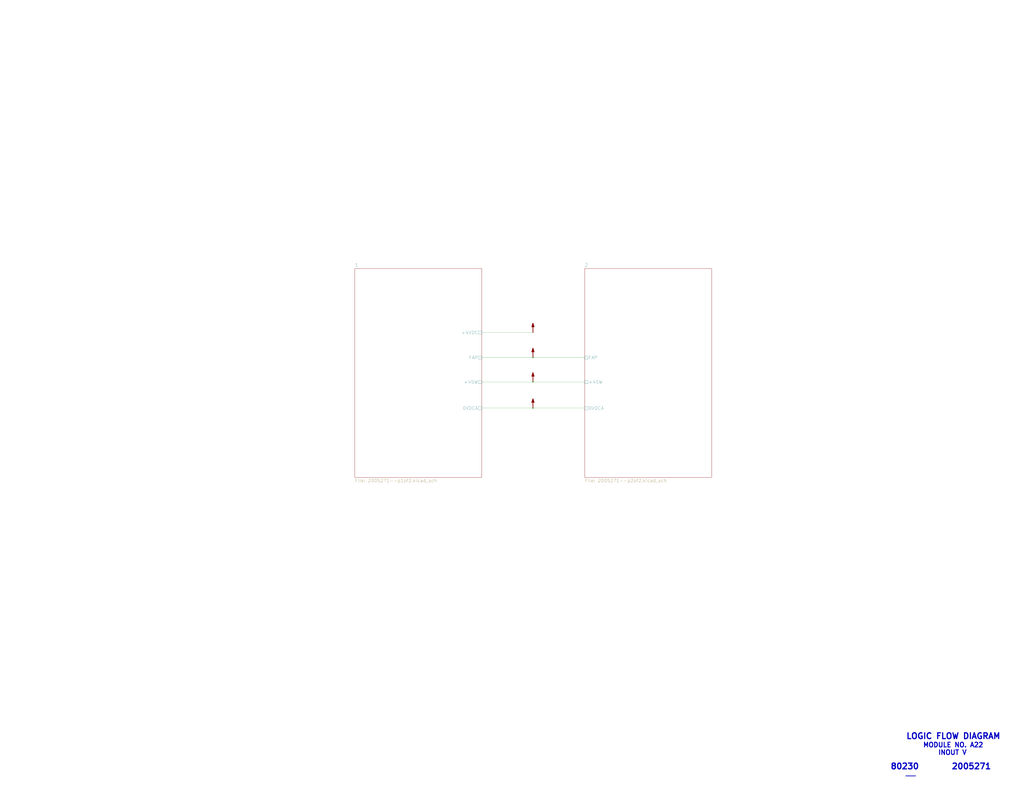
<source format=kicad_sch>
(kicad_sch (version 20211123) (generator eeschema)
  (paper "E")
  (lib_symbols
    (symbol "AGC_DSKY:PWR_FLAG" (power) (pin_numbers hide) (pin_names (offset 0) hide)
      (symbol "PWR_FLAG_0_0"
        (pin power_out line (at 0 0 90) (length 0) (name "pwr") (number "1"))
      )
      (symbol "PWR_FLAG_0_1"
        (polyline (pts (xy 0 0) (xy 0 10.16)) (stroke (width 0.762)))
        (polyline (pts (xy 0 10.16) (xy -1.27 6.35) (xy 1.27 6.35) (xy 0 10.16)) (stroke (width 0.762)) (fill (type outline)))
      )
    )
  )
  (junction (at 581.66 417.195))
  (junction (at 581.66 445.77))
  (junction (at 581.66 390.525))
  (wire (pts (xy 525.78 445.77) (xy 581.66 445.77)))
  (wire (pts (xy 581.66 390.525) (xy 638.175 390.525)))
  (wire (pts (xy 581.66 445.77) (xy 638.175 445.77)))
  (wire (pts (xy 525.78 363.22) (xy 581.66 363.22)))
  (wire (pts (xy 525.78 417.195) (xy 581.66 417.195)))
  (wire (pts (xy 525.78 390.525) (xy 581.66 390.525)))
  (wire (pts (xy 581.66 417.195) (xy 638.175 417.195)))
  (text "INOUT V" (at 1023.62 824.865 0) (effects (font (size 5.08 5.08) (thickness 1.016) bold) (justify left bottom)))
  (text "2005271" (at 1038.225 840.74 0) (effects (font (size 6.35 6.35) (thickness 1.27) bold) (justify left bottom)))
  (text "MODULE NO. A22" (at 1007.11 816.61 0) (effects (font (size 5.08 5.08) (thickness 1.016) bold) (justify left bottom)))
  (text "____" (at 988.06 847.725 0) (effects (font (size 3.556 3.556) (thickness 0.7112) bold) (justify left bottom)))
  (text "80230" (at 971.55 840.74 0) (effects (font (size 6.35 6.35) (thickness 1.27) bold) (justify left bottom)))
  (text "LOGIC FLOW DIAGRAM" (at 988.695 807.72 0) (effects (font (size 6.35 6.35) (thickness 1.27) bold) (justify left bottom)))
  (symbol (lib_id "AGC_DSKY:PWR_FLAG") (at 581.66 363.22 0) (unit 1)
    (property "Reference" "#FLG0104" (effects hide))
    (property "Value" "PWR_FLAG" (effects hide))
  )
  (symbol (lib_id "AGC_DSKY:PWR_FLAG") (at 581.66 445.77 0) (unit 1)
    (property "Reference" "#FLG0103" (effects hide))
    (property "Value" "PWR_FLAG" (effects hide))
  )
  (symbol (lib_id "AGC_DSKY:PWR_FLAG") (at 581.66 417.195 0) (unit 1)
    (property "Reference" "#FLG0102" (effects hide))
    (property "Value" "PWR_FLAG" (effects hide))
  )
  (symbol (lib_id "AGC_DSKY:PWR_FLAG") (at 581.66 390.525 0) (unit 1)
    (property "Reference" "#FLG0101" (effects hide))
    (property "Value" "PWR_FLAG" (effects hide))
  )
  (sheet (at 387.35 293.37) (size 138.43 227.965)
    (property "Sheet name" "1" (at 387.35 291.5154 0) (effects (font (size 3.556 3.556)) (justify left bottom)))
    (property "Sheet file" "2005271--p1of2.kicad_sch" (at 387.35 522.834 0) (effects (font (size 3.556 3.556)) (justify left top)))
    (pin "0VDCA" passive (at 525.78 445.77 0) (effects (font (size 3.556 3.556))))
    (pin "+4SW" passive (at 525.78 417.195 0) (effects (font (size 3.556 3.556))))
    (pin "FAP" passive (at 525.78 390.525 0) (effects (font (size 3.556 3.556))))
    (pin "+4VDC" passive (at 525.78 363.22 0) (effects (font (size 3.556 3.556))))
  )
  (sheet (at 638.175 293.37) (size 138.43 227.965)
    (property "Sheet name" "2" (at 638.175 291.5154 0) (effects (font (size 3.556 3.556)) (justify left bottom)))
    (property "Sheet file" "2005271--p2of2.kicad_sch" (at 638.175 522.834 0) (effects (font (size 3.556 3.556)) (justify left top)))
    (pin "0VDCA" passive (at 638.175 445.77 180) (effects (font (size 3.556 3.556))))
    (pin "+4SW" passive (at 638.175 417.195 180) (effects (font (size 3.556 3.556))))
    (pin "FAP" passive (at 638.175 390.525 180) (effects (font (size 3.556 3.556))))
  )
)
</source>
